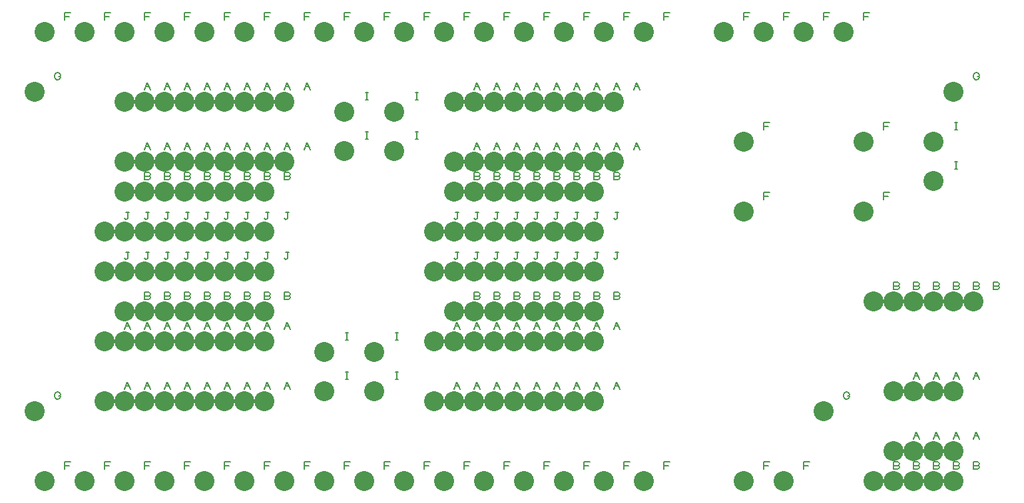
<source format=gbr>
%FSLAX35Y35*%
%MOIN*%
G04 EasyPC Gerber Version 18.0.8 Build 3632 *
%ADD11C,0.00500*%
%ADD10C,0.10000*%
X0Y0D02*
D02*
D10*
X20250Y60250D03*
Y220250D03*
X25250Y25250D03*
Y250250D03*
X45250Y25250D03*
Y250250D03*
X55250Y65250D03*
Y95250D03*
Y130250D03*
Y150250D03*
X65250Y25250D03*
Y65250D03*
Y95250D03*
Y110250D03*
Y130250D03*
Y150250D03*
Y170250D03*
Y185250D03*
Y215250D03*
Y250250D03*
X75250Y65250D03*
Y95250D03*
Y110250D03*
Y130250D03*
Y150250D03*
Y170250D03*
Y185250D03*
Y215250D03*
X85250Y25250D03*
Y65250D03*
Y95250D03*
Y110250D03*
Y130250D03*
Y150250D03*
Y170250D03*
Y185250D03*
Y215250D03*
Y250250D03*
X95250Y65250D03*
Y95250D03*
Y110250D03*
Y130250D03*
Y150250D03*
Y170250D03*
Y185250D03*
Y215250D03*
X105250Y25250D03*
Y65250D03*
Y95250D03*
Y110250D03*
Y130250D03*
Y150250D03*
Y170250D03*
Y185250D03*
Y215250D03*
Y250250D03*
X115250Y65250D03*
Y95250D03*
Y110250D03*
Y130250D03*
Y150250D03*
Y170250D03*
Y185250D03*
Y215250D03*
X125250Y25250D03*
Y65250D03*
Y95250D03*
Y110250D03*
Y130250D03*
Y150250D03*
Y170250D03*
Y185250D03*
Y215250D03*
Y250250D03*
X135250Y65250D03*
Y95250D03*
Y110250D03*
Y130250D03*
Y150250D03*
Y170250D03*
Y185250D03*
Y215250D03*
X145250Y25250D03*
Y185250D03*
Y215250D03*
Y250250D03*
X165250Y25250D03*
Y70250D03*
Y89935D03*
Y250250D03*
X175250Y190565D03*
Y210250D03*
X185250Y25250D03*
Y250250D03*
X190250Y70250D03*
Y89935D03*
X200250Y190565D03*
Y210250D03*
X205250Y25250D03*
Y250250D03*
X220250Y65250D03*
Y95250D03*
Y130250D03*
Y150250D03*
X225250Y25250D03*
Y250250D03*
X230250Y65250D03*
Y95250D03*
Y110250D03*
Y130250D03*
Y150250D03*
Y170250D03*
Y185250D03*
Y215250D03*
X240250Y65250D03*
Y95250D03*
Y110250D03*
Y130250D03*
Y150250D03*
Y170250D03*
Y185250D03*
Y215250D03*
X245250Y25250D03*
Y250250D03*
X250250Y65250D03*
Y95250D03*
Y110250D03*
Y130250D03*
Y150250D03*
Y170250D03*
Y185250D03*
Y215250D03*
X260250Y65250D03*
Y95250D03*
Y110250D03*
Y130250D03*
Y150250D03*
Y170250D03*
Y185250D03*
Y215250D03*
X265250Y25250D03*
Y250250D03*
X270250Y65250D03*
Y95250D03*
Y110250D03*
Y130250D03*
Y150250D03*
Y170250D03*
Y185250D03*
Y215250D03*
X280250Y65250D03*
Y95250D03*
Y110250D03*
Y130250D03*
Y150250D03*
Y170250D03*
Y185250D03*
Y215250D03*
X285250Y25250D03*
Y250250D03*
X290250Y65250D03*
Y95250D03*
Y110250D03*
Y130250D03*
Y150250D03*
Y170250D03*
Y185250D03*
Y215250D03*
X300250Y65250D03*
Y95250D03*
Y110250D03*
Y130250D03*
Y150250D03*
Y170250D03*
Y185250D03*
Y215250D03*
X305250Y25250D03*
Y250250D03*
X310250Y185250D03*
Y215250D03*
X325250Y25250D03*
Y250250D03*
X365250D03*
X375250Y25250D03*
Y160250D03*
Y195250D03*
X385250Y250250D03*
X395250Y25250D03*
X405250Y250250D03*
X415250Y60250D03*
X425250Y250250D03*
X435250Y160250D03*
Y195250D03*
X440250Y25250D03*
Y115250D03*
X450250Y25250D03*
Y40250D03*
Y70250D03*
Y115250D03*
X460250Y25250D03*
Y40250D03*
Y70250D03*
Y115250D03*
X470250Y25250D03*
Y40250D03*
Y70250D03*
Y115250D03*
Y175565D03*
Y195250D03*
X480250Y25250D03*
Y40250D03*
Y70250D03*
Y115250D03*
Y220250D03*
X490250Y115250D03*
D02*
D11*
X32437Y67750D02*
X33375D01*
Y67437*
X33063Y66813*
X32750Y66500*
X32125Y66187*
X31500*
X30875Y66500*
X30563Y66813*
X30250Y67437*
Y68687*
X30563Y69313*
X30875Y69625*
X31500Y69937*
X32125*
X32750Y69625*
X33063Y69313*
X33375Y68687*
X32437Y227750D02*
X33375D01*
Y227437*
X33063Y226813*
X32750Y226500*
X32125Y226187*
X31500*
X30875Y226500*
X30563Y226813*
X30250Y227437*
Y228687*
X30563Y229313*
X30875Y229625*
X31500Y229937*
X32125*
X32750Y229625*
X33063Y229313*
X33375Y228687*
X35250Y31187D02*
Y34937D01*
X38375*
X37750Y33063D02*
X35250D01*
Y256187D02*
Y259937D01*
X38375*
X37750Y258063D02*
X35250D01*
X55250Y31187D02*
Y34937D01*
X58375*
X57750Y33063D02*
X55250D01*
Y256187D02*
Y259937D01*
X58375*
X57750Y258063D02*
X55250D01*
X65250Y71187D02*
X66813Y74937D01*
X68375Y71187*
X65875Y72750D02*
X67750D01*
X65250Y101187D02*
X66813Y104937D01*
X68375Y101187*
X65875Y102750D02*
X67750D01*
X65250Y136813D02*
X65563Y136500D01*
X66187Y136187*
X66813Y136500*
X67125Y136813*
Y139937*
X67750*
X67125D02*
X65875D01*
X65250Y156813D02*
X65563Y156500D01*
X66187Y156187*
X66813Y156500*
X67125Y156813*
Y159937*
X67750*
X67125D02*
X65875D01*
X75250Y31187D02*
Y34937D01*
X78375*
X77750Y33063D02*
X75250D01*
Y71187D02*
X76813Y74937D01*
X78375Y71187*
X75875Y72750D02*
X77750D01*
X75250Y101187D02*
X76813Y104937D01*
X78375Y101187*
X75875Y102750D02*
X77750D01*
X77437Y118063D02*
X78063Y117750D01*
X78375Y117125*
X78063Y116500*
X77437Y116187*
X75250*
Y119937*
X77437*
X78063Y119625*
X78375Y119000*
X78063Y118375*
X77437Y118063*
X75250*
Y136813D02*
X75563Y136500D01*
X76187Y136187*
X76813Y136500*
X77125Y136813*
Y139937*
X77750*
X77125D02*
X75875D01*
X75250Y156813D02*
X75563Y156500D01*
X76187Y156187*
X76813Y156500*
X77125Y156813*
Y159937*
X77750*
X77125D02*
X75875D01*
X77437Y178063D02*
X78063Y177750D01*
X78375Y177125*
X78063Y176500*
X77437Y176187*
X75250*
Y179937*
X77437*
X78063Y179625*
X78375Y179000*
X78063Y178375*
X77437Y178063*
X75250*
Y191187D02*
X76813Y194937D01*
X78375Y191187*
X75875Y192750D02*
X77750D01*
X75250Y221187D02*
X76813Y224937D01*
X78375Y221187*
X75875Y222750D02*
X77750D01*
X75250Y256187D02*
Y259937D01*
X78375*
X77750Y258063D02*
X75250D01*
X85250Y71187D02*
X86813Y74937D01*
X88375Y71187*
X85875Y72750D02*
X87750D01*
X85250Y101187D02*
X86813Y104937D01*
X88375Y101187*
X85875Y102750D02*
X87750D01*
X87437Y118063D02*
X88063Y117750D01*
X88375Y117125*
X88063Y116500*
X87437Y116187*
X85250*
Y119937*
X87437*
X88063Y119625*
X88375Y119000*
X88063Y118375*
X87437Y118063*
X85250*
Y136813D02*
X85563Y136500D01*
X86187Y136187*
X86813Y136500*
X87125Y136813*
Y139937*
X87750*
X87125D02*
X85875D01*
X85250Y156813D02*
X85563Y156500D01*
X86187Y156187*
X86813Y156500*
X87125Y156813*
Y159937*
X87750*
X87125D02*
X85875D01*
X87437Y178063D02*
X88063Y177750D01*
X88375Y177125*
X88063Y176500*
X87437Y176187*
X85250*
Y179937*
X87437*
X88063Y179625*
X88375Y179000*
X88063Y178375*
X87437Y178063*
X85250*
Y191187D02*
X86813Y194937D01*
X88375Y191187*
X85875Y192750D02*
X87750D01*
X85250Y221187D02*
X86813Y224937D01*
X88375Y221187*
X85875Y222750D02*
X87750D01*
X95250Y31187D02*
Y34937D01*
X98375*
X97750Y33063D02*
X95250D01*
Y71187D02*
X96813Y74937D01*
X98375Y71187*
X95875Y72750D02*
X97750D01*
X95250Y101187D02*
X96813Y104937D01*
X98375Y101187*
X95875Y102750D02*
X97750D01*
X97437Y118063D02*
X98063Y117750D01*
X98375Y117125*
X98063Y116500*
X97437Y116187*
X95250*
Y119937*
X97437*
X98063Y119625*
X98375Y119000*
X98063Y118375*
X97437Y118063*
X95250*
Y136813D02*
X95563Y136500D01*
X96187Y136187*
X96813Y136500*
X97125Y136813*
Y139937*
X97750*
X97125D02*
X95875D01*
X95250Y156813D02*
X95563Y156500D01*
X96187Y156187*
X96813Y156500*
X97125Y156813*
Y159937*
X97750*
X97125D02*
X95875D01*
X97437Y178063D02*
X98063Y177750D01*
X98375Y177125*
X98063Y176500*
X97437Y176187*
X95250*
Y179937*
X97437*
X98063Y179625*
X98375Y179000*
X98063Y178375*
X97437Y178063*
X95250*
Y191187D02*
X96813Y194937D01*
X98375Y191187*
X95875Y192750D02*
X97750D01*
X95250Y221187D02*
X96813Y224937D01*
X98375Y221187*
X95875Y222750D02*
X97750D01*
X95250Y256187D02*
Y259937D01*
X98375*
X97750Y258063D02*
X95250D01*
X105250Y71187D02*
X106813Y74937D01*
X108375Y71187*
X105875Y72750D02*
X107750D01*
X105250Y101187D02*
X106813Y104937D01*
X108375Y101187*
X105875Y102750D02*
X107750D01*
X107437Y118063D02*
X108063Y117750D01*
X108375Y117125*
X108063Y116500*
X107437Y116187*
X105250*
Y119937*
X107437*
X108063Y119625*
X108375Y119000*
X108063Y118375*
X107437Y118063*
X105250*
Y136813D02*
X105563Y136500D01*
X106187Y136187*
X106813Y136500*
X107125Y136813*
Y139937*
X107750*
X107125D02*
X105875D01*
X105250Y156813D02*
X105563Y156500D01*
X106187Y156187*
X106813Y156500*
X107125Y156813*
Y159937*
X107750*
X107125D02*
X105875D01*
X107437Y178063D02*
X108063Y177750D01*
X108375Y177125*
X108063Y176500*
X107437Y176187*
X105250*
Y179937*
X107437*
X108063Y179625*
X108375Y179000*
X108063Y178375*
X107437Y178063*
X105250*
Y191187D02*
X106813Y194937D01*
X108375Y191187*
X105875Y192750D02*
X107750D01*
X105250Y221187D02*
X106813Y224937D01*
X108375Y221187*
X105875Y222750D02*
X107750D01*
X115250Y31187D02*
Y34937D01*
X118375*
X117750Y33063D02*
X115250D01*
Y71187D02*
X116813Y74937D01*
X118375Y71187*
X115875Y72750D02*
X117750D01*
X115250Y101187D02*
X116813Y104937D01*
X118375Y101187*
X115875Y102750D02*
X117750D01*
X117437Y118063D02*
X118063Y117750D01*
X118375Y117125*
X118063Y116500*
X117437Y116187*
X115250*
Y119937*
X117437*
X118063Y119625*
X118375Y119000*
X118063Y118375*
X117437Y118063*
X115250*
Y136813D02*
X115563Y136500D01*
X116187Y136187*
X116813Y136500*
X117125Y136813*
Y139937*
X117750*
X117125D02*
X115875D01*
X115250Y156813D02*
X115563Y156500D01*
X116187Y156187*
X116813Y156500*
X117125Y156813*
Y159937*
X117750*
X117125D02*
X115875D01*
X117437Y178063D02*
X118063Y177750D01*
X118375Y177125*
X118063Y176500*
X117437Y176187*
X115250*
Y179937*
X117437*
X118063Y179625*
X118375Y179000*
X118063Y178375*
X117437Y178063*
X115250*
Y191187D02*
X116813Y194937D01*
X118375Y191187*
X115875Y192750D02*
X117750D01*
X115250Y221187D02*
X116813Y224937D01*
X118375Y221187*
X115875Y222750D02*
X117750D01*
X115250Y256187D02*
Y259937D01*
X118375*
X117750Y258063D02*
X115250D01*
X125250Y71187D02*
X126813Y74937D01*
X128375Y71187*
X125875Y72750D02*
X127750D01*
X125250Y101187D02*
X126813Y104937D01*
X128375Y101187*
X125875Y102750D02*
X127750D01*
X127437Y118063D02*
X128063Y117750D01*
X128375Y117125*
X128063Y116500*
X127437Y116187*
X125250*
Y119937*
X127437*
X128063Y119625*
X128375Y119000*
X128063Y118375*
X127437Y118063*
X125250*
Y136813D02*
X125563Y136500D01*
X126187Y136187*
X126813Y136500*
X127125Y136813*
Y139937*
X127750*
X127125D02*
X125875D01*
X125250Y156813D02*
X125563Y156500D01*
X126187Y156187*
X126813Y156500*
X127125Y156813*
Y159937*
X127750*
X127125D02*
X125875D01*
X127437Y178063D02*
X128063Y177750D01*
X128375Y177125*
X128063Y176500*
X127437Y176187*
X125250*
Y179937*
X127437*
X128063Y179625*
X128375Y179000*
X128063Y178375*
X127437Y178063*
X125250*
Y191187D02*
X126813Y194937D01*
X128375Y191187*
X125875Y192750D02*
X127750D01*
X125250Y221187D02*
X126813Y224937D01*
X128375Y221187*
X125875Y222750D02*
X127750D01*
X135250Y31187D02*
Y34937D01*
X138375*
X137750Y33063D02*
X135250D01*
Y71187D02*
X136813Y74937D01*
X138375Y71187*
X135875Y72750D02*
X137750D01*
X135250Y101187D02*
X136813Y104937D01*
X138375Y101187*
X135875Y102750D02*
X137750D01*
X137437Y118063D02*
X138063Y117750D01*
X138375Y117125*
X138063Y116500*
X137437Y116187*
X135250*
Y119937*
X137437*
X138063Y119625*
X138375Y119000*
X138063Y118375*
X137437Y118063*
X135250*
Y136813D02*
X135563Y136500D01*
X136187Y136187*
X136813Y136500*
X137125Y136813*
Y139937*
X137750*
X137125D02*
X135875D01*
X135250Y156813D02*
X135563Y156500D01*
X136187Y156187*
X136813Y156500*
X137125Y156813*
Y159937*
X137750*
X137125D02*
X135875D01*
X137437Y178063D02*
X138063Y177750D01*
X138375Y177125*
X138063Y176500*
X137437Y176187*
X135250*
Y179937*
X137437*
X138063Y179625*
X138375Y179000*
X138063Y178375*
X137437Y178063*
X135250*
Y191187D02*
X136813Y194937D01*
X138375Y191187*
X135875Y192750D02*
X137750D01*
X135250Y221187D02*
X136813Y224937D01*
X138375Y221187*
X135875Y222750D02*
X137750D01*
X135250Y256187D02*
Y259937D01*
X138375*
X137750Y258063D02*
X135250D01*
X145250Y71187D02*
X146813Y74937D01*
X148375Y71187*
X145875Y72750D02*
X147750D01*
X145250Y101187D02*
X146813Y104937D01*
X148375Y101187*
X145875Y102750D02*
X147750D01*
X147437Y118063D02*
X148063Y117750D01*
X148375Y117125*
X148063Y116500*
X147437Y116187*
X145250*
Y119937*
X147437*
X148063Y119625*
X148375Y119000*
X148063Y118375*
X147437Y118063*
X145250*
Y136813D02*
X145563Y136500D01*
X146187Y136187*
X146813Y136500*
X147125Y136813*
Y139937*
X147750*
X147125D02*
X145875D01*
X145250Y156813D02*
X145563Y156500D01*
X146187Y156187*
X146813Y156500*
X147125Y156813*
Y159937*
X147750*
X147125D02*
X145875D01*
X147437Y178063D02*
X148063Y177750D01*
X148375Y177125*
X148063Y176500*
X147437Y176187*
X145250*
Y179937*
X147437*
X148063Y179625*
X148375Y179000*
X148063Y178375*
X147437Y178063*
X145250*
Y191187D02*
X146813Y194937D01*
X148375Y191187*
X145875Y192750D02*
X147750D01*
X145250Y221187D02*
X146813Y224937D01*
X148375Y221187*
X145875Y222750D02*
X147750D01*
X155250Y31187D02*
Y34937D01*
X158375*
X157750Y33063D02*
X155250D01*
Y191187D02*
X156813Y194937D01*
X158375Y191187*
X155875Y192750D02*
X157750D01*
X155250Y221187D02*
X156813Y224937D01*
X158375Y221187*
X155875Y222750D02*
X157750D01*
X155250Y256187D02*
Y259937D01*
X158375*
X157750Y258063D02*
X155250D01*
X175250Y31187D02*
Y34937D01*
X178375*
X177750Y33063D02*
X175250D01*
X176187Y76187D02*
X177437D01*
X176813D02*
Y79937D01*
X176187D02*
X177437D01*
X176187Y95872D02*
X177437D01*
X176813D02*
Y99622D01*
X176187D02*
X177437D01*
X175250Y256187D02*
Y259937D01*
X178375*
X177750Y258063D02*
X175250D01*
X186187Y196502D02*
X187437D01*
X186813D02*
Y200252D01*
X186187D02*
X187437D01*
X186187Y216187D02*
X187437D01*
X186813D02*
Y219937D01*
X186187D02*
X187437D01*
X195250Y31187D02*
Y34937D01*
X198375*
X197750Y33063D02*
X195250D01*
Y256187D02*
Y259937D01*
X198375*
X197750Y258063D02*
X195250D01*
X201187Y76187D02*
X202437D01*
X201813D02*
Y79937D01*
X201187D02*
X202437D01*
X201187Y95872D02*
X202437D01*
X201813D02*
Y99622D01*
X201187D02*
X202437D01*
X211187Y196502D02*
X212437D01*
X211813D02*
Y200252D01*
X211187D02*
X212437D01*
X211187Y216187D02*
X212437D01*
X211813D02*
Y219937D01*
X211187D02*
X212437D01*
X215250Y31187D02*
Y34937D01*
X218375*
X217750Y33063D02*
X215250D01*
Y256187D02*
Y259937D01*
X218375*
X217750Y258063D02*
X215250D01*
X230250Y71187D02*
X231813Y74937D01*
X233375Y71187*
X230875Y72750D02*
X232750D01*
X230250Y101187D02*
X231813Y104937D01*
X233375Y101187*
X230875Y102750D02*
X232750D01*
X230250Y136813D02*
X230563Y136500D01*
X231187Y136187*
X231813Y136500*
X232125Y136813*
Y139937*
X232750*
X232125D02*
X230875D01*
X230250Y156813D02*
X230563Y156500D01*
X231187Y156187*
X231813Y156500*
X232125Y156813*
Y159937*
X232750*
X232125D02*
X230875D01*
X235250Y31187D02*
Y34937D01*
X238375*
X237750Y33063D02*
X235250D01*
Y256187D02*
Y259937D01*
X238375*
X237750Y258063D02*
X235250D01*
X240250Y71187D02*
X241813Y74937D01*
X243375Y71187*
X240875Y72750D02*
X242750D01*
X240250Y101187D02*
X241813Y104937D01*
X243375Y101187*
X240875Y102750D02*
X242750D01*
X242437Y118063D02*
X243063Y117750D01*
X243375Y117125*
X243063Y116500*
X242437Y116187*
X240250*
Y119937*
X242437*
X243063Y119625*
X243375Y119000*
X243063Y118375*
X242437Y118063*
X240250*
Y136813D02*
X240563Y136500D01*
X241187Y136187*
X241813Y136500*
X242125Y136813*
Y139937*
X242750*
X242125D02*
X240875D01*
X240250Y156813D02*
X240563Y156500D01*
X241187Y156187*
X241813Y156500*
X242125Y156813*
Y159937*
X242750*
X242125D02*
X240875D01*
X242437Y178063D02*
X243063Y177750D01*
X243375Y177125*
X243063Y176500*
X242437Y176187*
X240250*
Y179937*
X242437*
X243063Y179625*
X243375Y179000*
X243063Y178375*
X242437Y178063*
X240250*
Y191187D02*
X241813Y194937D01*
X243375Y191187*
X240875Y192750D02*
X242750D01*
X240250Y221187D02*
X241813Y224937D01*
X243375Y221187*
X240875Y222750D02*
X242750D01*
X250250Y71187D02*
X251813Y74937D01*
X253375Y71187*
X250875Y72750D02*
X252750D01*
X250250Y101187D02*
X251813Y104937D01*
X253375Y101187*
X250875Y102750D02*
X252750D01*
X252437Y118063D02*
X253063Y117750D01*
X253375Y117125*
X253063Y116500*
X252437Y116187*
X250250*
Y119937*
X252437*
X253063Y119625*
X253375Y119000*
X253063Y118375*
X252437Y118063*
X250250*
Y136813D02*
X250563Y136500D01*
X251187Y136187*
X251813Y136500*
X252125Y136813*
Y139937*
X252750*
X252125D02*
X250875D01*
X250250Y156813D02*
X250563Y156500D01*
X251187Y156187*
X251813Y156500*
X252125Y156813*
Y159937*
X252750*
X252125D02*
X250875D01*
X252437Y178063D02*
X253063Y177750D01*
X253375Y177125*
X253063Y176500*
X252437Y176187*
X250250*
Y179937*
X252437*
X253063Y179625*
X253375Y179000*
X253063Y178375*
X252437Y178063*
X250250*
Y191187D02*
X251813Y194937D01*
X253375Y191187*
X250875Y192750D02*
X252750D01*
X250250Y221187D02*
X251813Y224937D01*
X253375Y221187*
X250875Y222750D02*
X252750D01*
X255250Y31187D02*
Y34937D01*
X258375*
X257750Y33063D02*
X255250D01*
Y256187D02*
Y259937D01*
X258375*
X257750Y258063D02*
X255250D01*
X260250Y71187D02*
X261813Y74937D01*
X263375Y71187*
X260875Y72750D02*
X262750D01*
X260250Y101187D02*
X261813Y104937D01*
X263375Y101187*
X260875Y102750D02*
X262750D01*
X262437Y118063D02*
X263063Y117750D01*
X263375Y117125*
X263063Y116500*
X262437Y116187*
X260250*
Y119937*
X262437*
X263063Y119625*
X263375Y119000*
X263063Y118375*
X262437Y118063*
X260250*
Y136813D02*
X260563Y136500D01*
X261187Y136187*
X261813Y136500*
X262125Y136813*
Y139937*
X262750*
X262125D02*
X260875D01*
X260250Y156813D02*
X260563Y156500D01*
X261187Y156187*
X261813Y156500*
X262125Y156813*
Y159937*
X262750*
X262125D02*
X260875D01*
X262437Y178063D02*
X263063Y177750D01*
X263375Y177125*
X263063Y176500*
X262437Y176187*
X260250*
Y179937*
X262437*
X263063Y179625*
X263375Y179000*
X263063Y178375*
X262437Y178063*
X260250*
Y191187D02*
X261813Y194937D01*
X263375Y191187*
X260875Y192750D02*
X262750D01*
X260250Y221187D02*
X261813Y224937D01*
X263375Y221187*
X260875Y222750D02*
X262750D01*
X270250Y71187D02*
X271813Y74937D01*
X273375Y71187*
X270875Y72750D02*
X272750D01*
X270250Y101187D02*
X271813Y104937D01*
X273375Y101187*
X270875Y102750D02*
X272750D01*
X272437Y118063D02*
X273063Y117750D01*
X273375Y117125*
X273063Y116500*
X272437Y116187*
X270250*
Y119937*
X272437*
X273063Y119625*
X273375Y119000*
X273063Y118375*
X272437Y118063*
X270250*
Y136813D02*
X270563Y136500D01*
X271187Y136187*
X271813Y136500*
X272125Y136813*
Y139937*
X272750*
X272125D02*
X270875D01*
X270250Y156813D02*
X270563Y156500D01*
X271187Y156187*
X271813Y156500*
X272125Y156813*
Y159937*
X272750*
X272125D02*
X270875D01*
X272437Y178063D02*
X273063Y177750D01*
X273375Y177125*
X273063Y176500*
X272437Y176187*
X270250*
Y179937*
X272437*
X273063Y179625*
X273375Y179000*
X273063Y178375*
X272437Y178063*
X270250*
Y191187D02*
X271813Y194937D01*
X273375Y191187*
X270875Y192750D02*
X272750D01*
X270250Y221187D02*
X271813Y224937D01*
X273375Y221187*
X270875Y222750D02*
X272750D01*
X275250Y31187D02*
Y34937D01*
X278375*
X277750Y33063D02*
X275250D01*
Y256187D02*
Y259937D01*
X278375*
X277750Y258063D02*
X275250D01*
X280250Y71187D02*
X281813Y74937D01*
X283375Y71187*
X280875Y72750D02*
X282750D01*
X280250Y101187D02*
X281813Y104937D01*
X283375Y101187*
X280875Y102750D02*
X282750D01*
X282437Y118063D02*
X283063Y117750D01*
X283375Y117125*
X283063Y116500*
X282437Y116187*
X280250*
Y119937*
X282437*
X283063Y119625*
X283375Y119000*
X283063Y118375*
X282437Y118063*
X280250*
Y136813D02*
X280563Y136500D01*
X281187Y136187*
X281813Y136500*
X282125Y136813*
Y139937*
X282750*
X282125D02*
X280875D01*
X280250Y156813D02*
X280563Y156500D01*
X281187Y156187*
X281813Y156500*
X282125Y156813*
Y159937*
X282750*
X282125D02*
X280875D01*
X282437Y178063D02*
X283063Y177750D01*
X283375Y177125*
X283063Y176500*
X282437Y176187*
X280250*
Y179937*
X282437*
X283063Y179625*
X283375Y179000*
X283063Y178375*
X282437Y178063*
X280250*
Y191187D02*
X281813Y194937D01*
X283375Y191187*
X280875Y192750D02*
X282750D01*
X280250Y221187D02*
X281813Y224937D01*
X283375Y221187*
X280875Y222750D02*
X282750D01*
X290250Y71187D02*
X291813Y74937D01*
X293375Y71187*
X290875Y72750D02*
X292750D01*
X290250Y101187D02*
X291813Y104937D01*
X293375Y101187*
X290875Y102750D02*
X292750D01*
X292437Y118063D02*
X293063Y117750D01*
X293375Y117125*
X293063Y116500*
X292437Y116187*
X290250*
Y119937*
X292437*
X293063Y119625*
X293375Y119000*
X293063Y118375*
X292437Y118063*
X290250*
Y136813D02*
X290563Y136500D01*
X291187Y136187*
X291813Y136500*
X292125Y136813*
Y139937*
X292750*
X292125D02*
X290875D01*
X290250Y156813D02*
X290563Y156500D01*
X291187Y156187*
X291813Y156500*
X292125Y156813*
Y159937*
X292750*
X292125D02*
X290875D01*
X292437Y178063D02*
X293063Y177750D01*
X293375Y177125*
X293063Y176500*
X292437Y176187*
X290250*
Y179937*
X292437*
X293063Y179625*
X293375Y179000*
X293063Y178375*
X292437Y178063*
X290250*
Y191187D02*
X291813Y194937D01*
X293375Y191187*
X290875Y192750D02*
X292750D01*
X290250Y221187D02*
X291813Y224937D01*
X293375Y221187*
X290875Y222750D02*
X292750D01*
X295250Y31187D02*
Y34937D01*
X298375*
X297750Y33063D02*
X295250D01*
Y256187D02*
Y259937D01*
X298375*
X297750Y258063D02*
X295250D01*
X300250Y71187D02*
X301813Y74937D01*
X303375Y71187*
X300875Y72750D02*
X302750D01*
X300250Y101187D02*
X301813Y104937D01*
X303375Y101187*
X300875Y102750D02*
X302750D01*
X302437Y118063D02*
X303063Y117750D01*
X303375Y117125*
X303063Y116500*
X302437Y116187*
X300250*
Y119937*
X302437*
X303063Y119625*
X303375Y119000*
X303063Y118375*
X302437Y118063*
X300250*
Y136813D02*
X300563Y136500D01*
X301187Y136187*
X301813Y136500*
X302125Y136813*
Y139937*
X302750*
X302125D02*
X300875D01*
X300250Y156813D02*
X300563Y156500D01*
X301187Y156187*
X301813Y156500*
X302125Y156813*
Y159937*
X302750*
X302125D02*
X300875D01*
X302437Y178063D02*
X303063Y177750D01*
X303375Y177125*
X303063Y176500*
X302437Y176187*
X300250*
Y179937*
X302437*
X303063Y179625*
X303375Y179000*
X303063Y178375*
X302437Y178063*
X300250*
Y191187D02*
X301813Y194937D01*
X303375Y191187*
X300875Y192750D02*
X302750D01*
X300250Y221187D02*
X301813Y224937D01*
X303375Y221187*
X300875Y222750D02*
X302750D01*
X310250Y71187D02*
X311813Y74937D01*
X313375Y71187*
X310875Y72750D02*
X312750D01*
X310250Y101187D02*
X311813Y104937D01*
X313375Y101187*
X310875Y102750D02*
X312750D01*
X312437Y118063D02*
X313063Y117750D01*
X313375Y117125*
X313063Y116500*
X312437Y116187*
X310250*
Y119937*
X312437*
X313063Y119625*
X313375Y119000*
X313063Y118375*
X312437Y118063*
X310250*
Y136813D02*
X310563Y136500D01*
X311187Y136187*
X311813Y136500*
X312125Y136813*
Y139937*
X312750*
X312125D02*
X310875D01*
X310250Y156813D02*
X310563Y156500D01*
X311187Y156187*
X311813Y156500*
X312125Y156813*
Y159937*
X312750*
X312125D02*
X310875D01*
X312437Y178063D02*
X313063Y177750D01*
X313375Y177125*
X313063Y176500*
X312437Y176187*
X310250*
Y179937*
X312437*
X313063Y179625*
X313375Y179000*
X313063Y178375*
X312437Y178063*
X310250*
Y191187D02*
X311813Y194937D01*
X313375Y191187*
X310875Y192750D02*
X312750D01*
X310250Y221187D02*
X311813Y224937D01*
X313375Y221187*
X310875Y222750D02*
X312750D01*
X315250Y31187D02*
Y34937D01*
X318375*
X317750Y33063D02*
X315250D01*
Y256187D02*
Y259937D01*
X318375*
X317750Y258063D02*
X315250D01*
X320250Y191187D02*
X321813Y194937D01*
X323375Y191187*
X320875Y192750D02*
X322750D01*
X320250Y221187D02*
X321813Y224937D01*
X323375Y221187*
X320875Y222750D02*
X322750D01*
X335250Y31187D02*
Y34937D01*
X338375*
X337750Y33063D02*
X335250D01*
Y256187D02*
Y259937D01*
X338375*
X337750Y258063D02*
X335250D01*
X375250Y256187D02*
Y259937D01*
X378375*
X377750Y258063D02*
X375250D01*
X385250Y31187D02*
Y34937D01*
X388375*
X387750Y33063D02*
X385250D01*
Y166187D02*
Y169937D01*
X388375*
X387750Y168063D02*
X385250D01*
Y201187D02*
Y204937D01*
X388375*
X387750Y203063D02*
X385250D01*
X395250Y256187D02*
Y259937D01*
X398375*
X397750Y258063D02*
X395250D01*
X405250Y31187D02*
Y34937D01*
X408375*
X407750Y33063D02*
X405250D01*
X415250Y256187D02*
Y259937D01*
X418375*
X417750Y258063D02*
X415250D01*
X427437Y67750D02*
X428375D01*
Y67437*
X428063Y66813*
X427750Y66500*
X427125Y66187*
X426500*
X425875Y66500*
X425563Y66813*
X425250Y67437*
Y68687*
X425563Y69313*
X425875Y69625*
X426500Y69937*
X427125*
X427750Y69625*
X428063Y69313*
X428375Y68687*
X435250Y256187D02*
Y259937D01*
X438375*
X437750Y258063D02*
X435250D01*
X445250Y166187D02*
Y169937D01*
X448375*
X447750Y168063D02*
X445250D01*
Y201187D02*
Y204937D01*
X448375*
X447750Y203063D02*
X445250D01*
X452437Y33063D02*
X453063Y32750D01*
X453375Y32125*
X453063Y31500*
X452437Y31187*
X450250*
Y34937*
X452437*
X453063Y34625*
X453375Y34000*
X453063Y33375*
X452437Y33063*
X450250*
X452437Y123063D02*
X453063Y122750D01*
X453375Y122125*
X453063Y121500*
X452437Y121187*
X450250*
Y124937*
X452437*
X453063Y124625*
X453375Y124000*
X453063Y123375*
X452437Y123063*
X450250*
X462437Y33063D02*
X463063Y32750D01*
X463375Y32125*
X463063Y31500*
X462437Y31187*
X460250*
Y34937*
X462437*
X463063Y34625*
X463375Y34000*
X463063Y33375*
X462437Y33063*
X460250*
Y46187D02*
X461813Y49937D01*
X463375Y46187*
X460875Y47750D02*
X462750D01*
X460250Y76187D02*
X461813Y79937D01*
X463375Y76187*
X460875Y77750D02*
X462750D01*
X462437Y123063D02*
X463063Y122750D01*
X463375Y122125*
X463063Y121500*
X462437Y121187*
X460250*
Y124937*
X462437*
X463063Y124625*
X463375Y124000*
X463063Y123375*
X462437Y123063*
X460250*
X472437Y33063D02*
X473063Y32750D01*
X473375Y32125*
X473063Y31500*
X472437Y31187*
X470250*
Y34937*
X472437*
X473063Y34625*
X473375Y34000*
X473063Y33375*
X472437Y33063*
X470250*
Y46187D02*
X471813Y49937D01*
X473375Y46187*
X470875Y47750D02*
X472750D01*
X470250Y76187D02*
X471813Y79937D01*
X473375Y76187*
X470875Y77750D02*
X472750D01*
X472437Y123063D02*
X473063Y122750D01*
X473375Y122125*
X473063Y121500*
X472437Y121187*
X470250*
Y124937*
X472437*
X473063Y124625*
X473375Y124000*
X473063Y123375*
X472437Y123063*
X470250*
X482437Y33063D02*
X483063Y32750D01*
X483375Y32125*
X483063Y31500*
X482437Y31187*
X480250*
Y34937*
X482437*
X483063Y34625*
X483375Y34000*
X483063Y33375*
X482437Y33063*
X480250*
Y46187D02*
X481813Y49937D01*
X483375Y46187*
X480875Y47750D02*
X482750D01*
X480250Y76187D02*
X481813Y79937D01*
X483375Y76187*
X480875Y77750D02*
X482750D01*
X482437Y123063D02*
X483063Y122750D01*
X483375Y122125*
X483063Y121500*
X482437Y121187*
X480250*
Y124937*
X482437*
X483063Y124625*
X483375Y124000*
X483063Y123375*
X482437Y123063*
X480250*
X481187Y181502D02*
X482437D01*
X481813D02*
Y185252D01*
X481187D02*
X482437D01*
X481187Y201187D02*
X482437D01*
X481813D02*
Y204937D01*
X481187D02*
X482437D01*
X492437Y33063D02*
X493063Y32750D01*
X493375Y32125*
X493063Y31500*
X492437Y31187*
X490250*
Y34937*
X492437*
X493063Y34625*
X493375Y34000*
X493063Y33375*
X492437Y33063*
X490250*
Y46187D02*
X491813Y49937D01*
X493375Y46187*
X490875Y47750D02*
X492750D01*
X490250Y76187D02*
X491813Y79937D01*
X493375Y76187*
X490875Y77750D02*
X492750D01*
X492437Y123063D02*
X493063Y122750D01*
X493375Y122125*
X493063Y121500*
X492437Y121187*
X490250*
Y124937*
X492437*
X493063Y124625*
X493375Y124000*
X493063Y123375*
X492437Y123063*
X490250*
X492437Y227750D02*
X493375D01*
Y227437*
X493063Y226813*
X492750Y226500*
X492125Y226187*
X491500*
X490875Y226500*
X490563Y226813*
X490250Y227437*
Y228687*
X490563Y229313*
X490875Y229625*
X491500Y229937*
X492125*
X492750Y229625*
X493063Y229313*
X493375Y228687*
X502437Y123063D02*
X503063Y122750D01*
X503375Y122125*
X503063Y121500*
X502437Y121187*
X500250*
Y124937*
X502437*
X503063Y124625*
X503375Y124000*
X503063Y123375*
X502437Y123063*
X500250*
X0Y0D02*
M02*

</source>
